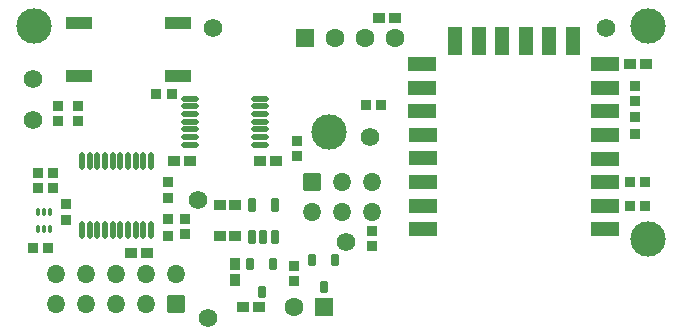
<source format=gbr>
%TF.GenerationSoftware,Altium Limited,Altium Designer,20.1.8 (145)*%
G04 Layer_Color=39423*
%FSLAX45Y45*%
%MOMM*%
%TF.SameCoordinates,98D083CD-8668-4ABA-A521-F4C8EB5CE2D3*%
%TF.FilePolarity,Negative*%
%TF.FileFunction,Soldermask,Top*%
%TF.Part,Single*%
G01*
G75*
%TA.AperFunction,ViaPad*%
%ADD34C,3.00000*%
%TA.AperFunction,ComponentPad*%
%ADD38C,1.57600*%
G04:AMPARAMS|DCode=39|XSize=1.6mm|YSize=1.6mm|CornerRadius=0.2285mm|HoleSize=0mm|Usage=FLASHONLY|Rotation=180.000|XOffset=0mm|YOffset=0mm|HoleType=Round|Shape=RoundedRectangle|*
%AMROUNDEDRECTD39*
21,1,1.60000,1.14300,0,0,180.0*
21,1,1.14300,1.60000,0,0,180.0*
1,1,0.45700,-0.57150,0.57150*
1,1,0.45700,0.57150,0.57150*
1,1,0.45700,0.57150,-0.57150*
1,1,0.45700,-0.57150,-0.57150*
%
%ADD39ROUNDEDRECTD39*%
%ADD40C,1.60000*%
G04:AMPARAMS|DCode=41|XSize=1.576mm|YSize=1.526mm|CornerRadius=0.21925mm|HoleSize=0mm|Usage=FLASHONLY|Rotation=180.000|XOffset=0mm|YOffset=0mm|HoleType=Round|Shape=RoundedRectangle|*
%AMROUNDEDRECTD41*
21,1,1.57600,1.08750,0,0,180.0*
21,1,1.13750,1.52600,0,0,180.0*
1,1,0.43850,-0.56875,0.54375*
1,1,0.43850,0.56875,0.54375*
1,1,0.43850,0.56875,-0.54375*
1,1,0.43850,-0.56875,-0.54375*
%
%ADD41ROUNDEDRECTD41*%
%ADD42O,1.57600X1.52600*%
%TA.AperFunction,SMDPad,CuDef*%
G04:AMPARAMS|DCode=49|XSize=0.926mm|YSize=0.926mm|CornerRadius=0.0805mm|HoleSize=0mm|Usage=FLASHONLY|Rotation=270.000|XOffset=0mm|YOffset=0mm|HoleType=Round|Shape=RoundedRectangle|*
%AMROUNDEDRECTD49*
21,1,0.92600,0.76500,0,0,270.0*
21,1,0.76500,0.92600,0,0,270.0*
1,1,0.16100,-0.38250,-0.38250*
1,1,0.16100,-0.38250,0.38250*
1,1,0.16100,0.38250,0.38250*
1,1,0.16100,0.38250,-0.38250*
%
%ADD49ROUNDEDRECTD49*%
%ADD50C,1.57600*%
%ADD51O,0.52600X1.47600*%
%ADD52O,1.47600X0.52600*%
G04:AMPARAMS|DCode=53|XSize=0.626mm|YSize=0.976mm|CornerRadius=0.0655mm|HoleSize=0mm|Usage=FLASHONLY|Rotation=0.000|XOffset=0mm|YOffset=0mm|HoleType=Round|Shape=RoundedRectangle|*
%AMROUNDEDRECTD53*
21,1,0.62600,0.84500,0,0,0.0*
21,1,0.49500,0.97600,0,0,0.0*
1,1,0.13100,0.24750,-0.42250*
1,1,0.13100,-0.24750,-0.42250*
1,1,0.13100,-0.24750,0.42250*
1,1,0.13100,0.24750,0.42250*
%
%ADD53ROUNDEDRECTD53*%
G04:AMPARAMS|DCode=54|XSize=0.876mm|YSize=0.876mm|CornerRadius=0.078mm|HoleSize=0mm|Usage=FLASHONLY|Rotation=0.000|XOffset=0mm|YOffset=0mm|HoleType=Round|Shape=RoundedRectangle|*
%AMROUNDEDRECTD54*
21,1,0.87600,0.72000,0,0,0.0*
21,1,0.72000,0.87600,0,0,0.0*
1,1,0.15600,0.36000,-0.36000*
1,1,0.15600,-0.36000,-0.36000*
1,1,0.15600,-0.36000,0.36000*
1,1,0.15600,0.36000,0.36000*
%
%ADD54ROUNDEDRECTD54*%
%TA.AperFunction,ConnectorPad*%
G04:AMPARAMS|DCode=55|XSize=1.176mm|YSize=2.376mm|CornerRadius=0.0435mm|HoleSize=0mm|Usage=FLASHONLY|Rotation=270.000|XOffset=0mm|YOffset=0mm|HoleType=Round|Shape=RoundedRectangle|*
%AMROUNDEDRECTD55*
21,1,1.17600,2.28900,0,0,270.0*
21,1,1.08900,2.37600,0,0,270.0*
1,1,0.08700,-1.14450,-0.54450*
1,1,0.08700,-1.14450,0.54450*
1,1,0.08700,1.14450,0.54450*
1,1,0.08700,1.14450,-0.54450*
%
%ADD55ROUNDEDRECTD55*%
G04:AMPARAMS|DCode=56|XSize=1.176mm|YSize=2.376mm|CornerRadius=0.0435mm|HoleSize=0mm|Usage=FLASHONLY|Rotation=0.000|XOffset=0mm|YOffset=0mm|HoleType=Round|Shape=RoundedRectangle|*
%AMROUNDEDRECTD56*
21,1,1.17600,2.28900,0,0,0.0*
21,1,1.08900,2.37600,0,0,0.0*
1,1,0.08700,0.54450,-1.14450*
1,1,0.08700,-0.54450,-1.14450*
1,1,0.08700,-0.54450,1.14450*
1,1,0.08700,0.54450,1.14450*
%
%ADD56ROUNDEDRECTD56*%
%TA.AperFunction,SMDPad,CuDef*%
G04:AMPARAMS|DCode=57|XSize=0.926mm|YSize=0.926mm|CornerRadius=0.0805mm|HoleSize=0mm|Usage=FLASHONLY|Rotation=0.000|XOffset=0mm|YOffset=0mm|HoleType=Round|Shape=RoundedRectangle|*
%AMROUNDEDRECTD57*
21,1,0.92600,0.76500,0,0,0.0*
21,1,0.76500,0.92600,0,0,0.0*
1,1,0.16100,0.38250,-0.38250*
1,1,0.16100,-0.38250,-0.38250*
1,1,0.16100,-0.38250,0.38250*
1,1,0.16100,0.38250,0.38250*
%
%ADD57ROUNDEDRECTD57*%
G04:AMPARAMS|DCode=58|XSize=0.926mm|YSize=0.976mm|CornerRadius=0.0805mm|HoleSize=0mm|Usage=FLASHONLY|Rotation=90.000|XOffset=0mm|YOffset=0mm|HoleType=Round|Shape=RoundedRectangle|*
%AMROUNDEDRECTD58*
21,1,0.92600,0.81500,0,0,90.0*
21,1,0.76500,0.97600,0,0,90.0*
1,1,0.16100,0.40750,0.38250*
1,1,0.16100,0.40750,-0.38250*
1,1,0.16100,-0.40750,-0.38250*
1,1,0.16100,-0.40750,0.38250*
%
%ADD58ROUNDEDRECTD58*%
G04:AMPARAMS|DCode=59|XSize=0.926mm|YSize=0.976mm|CornerRadius=0.0805mm|HoleSize=0mm|Usage=FLASHONLY|Rotation=180.000|XOffset=0mm|YOffset=0mm|HoleType=Round|Shape=RoundedRectangle|*
%AMROUNDEDRECTD59*
21,1,0.92600,0.81500,0,0,180.0*
21,1,0.76500,0.97600,0,0,180.0*
1,1,0.16100,-0.38250,0.40750*
1,1,0.16100,0.38250,0.40750*
1,1,0.16100,0.38250,-0.40750*
1,1,0.16100,-0.38250,-0.40750*
%
%ADD59ROUNDEDRECTD59*%
G04:AMPARAMS|DCode=60|XSize=2.176mm|YSize=1.076mm|CornerRadius=0.088mm|HoleSize=0mm|Usage=FLASHONLY|Rotation=180.000|XOffset=0mm|YOffset=0mm|HoleType=Round|Shape=RoundedRectangle|*
%AMROUNDEDRECTD60*
21,1,2.17600,0.90000,0,0,180.0*
21,1,2.00000,1.07600,0,0,180.0*
1,1,0.17600,-1.00000,0.45000*
1,1,0.17600,1.00000,0.45000*
1,1,0.17600,1.00000,-0.45000*
1,1,0.17600,-1.00000,-0.45000*
%
%ADD60ROUNDEDRECTD60*%
G04:AMPARAMS|DCode=61|XSize=0.676mm|YSize=1.126mm|CornerRadius=0.068mm|HoleSize=0mm|Usage=FLASHONLY|Rotation=180.000|XOffset=0mm|YOffset=0mm|HoleType=Round|Shape=RoundedRectangle|*
%AMROUNDEDRECTD61*
21,1,0.67600,0.99000,0,0,180.0*
21,1,0.54000,1.12600,0,0,180.0*
1,1,0.13600,-0.27000,0.49500*
1,1,0.13600,0.27000,0.49500*
1,1,0.13600,0.27000,-0.49500*
1,1,0.13600,-0.27000,-0.49500*
%
%ADD61ROUNDEDRECTD61*%
G04:AMPARAMS|DCode=62|XSize=0.326mm|YSize=0.626mm|CornerRadius=0.0505mm|HoleSize=0mm|Usage=FLASHONLY|Rotation=0.000|XOffset=0mm|YOffset=0mm|HoleType=Round|Shape=RoundedRectangle|*
%AMROUNDEDRECTD62*
21,1,0.32600,0.52500,0,0,0.0*
21,1,0.22500,0.62600,0,0,0.0*
1,1,0.10100,0.11250,-0.26250*
1,1,0.10100,-0.11250,-0.26250*
1,1,0.10100,-0.11250,0.26250*
1,1,0.10100,0.11250,0.26250*
%
%ADD62ROUNDEDRECTD62*%
D34*
X200000Y2600000D02*
D03*
X5400000D02*
D03*
X2700000Y1700000D02*
D03*
X5400000Y800000D02*
D03*
D38*
X192904Y2146670D02*
D03*
X5046980Y2580640D02*
D03*
X192904Y1799694D02*
D03*
X1715259Y2578745D02*
D03*
X3042860Y1656590D02*
D03*
D39*
X2651760Y223520D02*
D03*
X2497700Y2500000D02*
D03*
D40*
X2397760Y223520D02*
D03*
X3259700Y2500000D02*
D03*
X3005700D02*
D03*
X2751700D02*
D03*
D41*
X1398399Y247460D02*
D03*
X2550160Y1275080D02*
D03*
D42*
X1144399Y247460D02*
D03*
X890399D02*
D03*
X636399D02*
D03*
X382399D02*
D03*
Y501460D02*
D03*
X636399D02*
D03*
X890399D02*
D03*
X1144399D02*
D03*
X1398399D02*
D03*
X2804160Y1275080D02*
D03*
X3058160D02*
D03*
Y1021080D02*
D03*
X2804160D02*
D03*
X2550160D02*
D03*
D49*
X1366520Y2025857D02*
D03*
X1236520D02*
D03*
X5376709Y1074350D02*
D03*
X5246709D02*
D03*
X5376709Y1277409D02*
D03*
X5246709D02*
D03*
X231948Y1229360D02*
D03*
X361948D02*
D03*
X191540Y723900D02*
D03*
X321540D02*
D03*
X361947Y1359005D02*
D03*
X231947D02*
D03*
X3140303Y1934099D02*
D03*
X3010303D02*
D03*
D50*
X1673860Y129540D02*
D03*
X1585476Y1130150D02*
D03*
X2840787Y766400D02*
D03*
D51*
X1191580Y1453300D02*
D03*
X1126580D02*
D03*
X1061580D02*
D03*
X996580D02*
D03*
X931580D02*
D03*
X866580D02*
D03*
X801580D02*
D03*
X736580D02*
D03*
X671580D02*
D03*
X606580D02*
D03*
X1191580Y868300D02*
D03*
X1126580D02*
D03*
X1061580D02*
D03*
X996580D02*
D03*
X931580D02*
D03*
X866580D02*
D03*
X801580D02*
D03*
X736580D02*
D03*
X671580D02*
D03*
X606580D02*
D03*
D52*
X1522800Y1985000D02*
D03*
Y1920000D02*
D03*
Y1855000D02*
D03*
Y1790000D02*
D03*
Y1725000D02*
D03*
Y1660000D02*
D03*
Y1595000D02*
D03*
X2112800Y1985000D02*
D03*
Y1920000D02*
D03*
Y1855000D02*
D03*
Y1790000D02*
D03*
Y1725000D02*
D03*
Y1660000D02*
D03*
Y1595000D02*
D03*
D53*
X2651760Y388340D02*
D03*
X2556760Y618340D02*
D03*
X2746760D02*
D03*
X2127800Y350321D02*
D03*
X2032800Y580321D02*
D03*
X2222800D02*
D03*
D54*
X1331300Y967500D02*
D03*
Y817500D02*
D03*
X5288280Y1831480D02*
D03*
Y1681480D02*
D03*
D55*
X5031016Y878629D02*
D03*
Y2074969D02*
D03*
X3488916Y2278169D02*
D03*
X5031016Y1076749D02*
D03*
Y1277409D02*
D03*
Y1475529D02*
D03*
Y1678729D02*
D03*
Y1876849D02*
D03*
Y2275629D02*
D03*
X3488916Y2077509D02*
D03*
Y1879389D02*
D03*
X3491456Y1678729D02*
D03*
Y1478069D02*
D03*
Y1279949D02*
D03*
Y1076749D02*
D03*
Y878629D02*
D03*
D56*
X4761616Y2473909D02*
D03*
X4563496D02*
D03*
X4365376D02*
D03*
X4162176D02*
D03*
X3964056D02*
D03*
X3760856D02*
D03*
D57*
X2397761Y437860D02*
D03*
Y567860D02*
D03*
X1331300Y1274675D02*
D03*
Y1144675D02*
D03*
X3058160Y864060D02*
D03*
Y734060D02*
D03*
X401320Y1924280D02*
D03*
Y1794280D02*
D03*
X573440Y1924280D02*
D03*
Y1794280D02*
D03*
X1480820Y967500D02*
D03*
Y837500D02*
D03*
X469900Y1089772D02*
D03*
Y959772D02*
D03*
X2430780Y1625600D02*
D03*
Y1495600D02*
D03*
X5288280Y1963420D02*
D03*
Y2093420D02*
D03*
D58*
X1158880Y677553D02*
D03*
X1023880D02*
D03*
X2107680Y218440D02*
D03*
X1972680D02*
D03*
X1906220Y819841D02*
D03*
X1771220D02*
D03*
X1906220Y1079840D02*
D03*
X1771220D02*
D03*
X5246709Y2275737D02*
D03*
X5381709D02*
D03*
X2114050Y1457960D02*
D03*
X2249050D02*
D03*
X3259700Y2669540D02*
D03*
X3124700D02*
D03*
X1522800Y1457960D02*
D03*
X1387800D02*
D03*
D59*
X1898600Y580321D02*
D03*
Y445321D02*
D03*
D60*
X1420000Y2175000D02*
D03*
X580000D02*
D03*
X1420000Y2625000D02*
D03*
X580000D02*
D03*
D61*
X2047800Y809840D02*
D03*
X2142800D02*
D03*
X2237800D02*
D03*
Y1079840D02*
D03*
X2047800D02*
D03*
D62*
X331948Y1028572D02*
D03*
X281948D02*
D03*
X231948D02*
D03*
Y883572D02*
D03*
X281948D02*
D03*
X331948D02*
D03*
%TF.MD5,8a62a224b2ba5a5eb2598ff33b62b813*%
M02*

</source>
